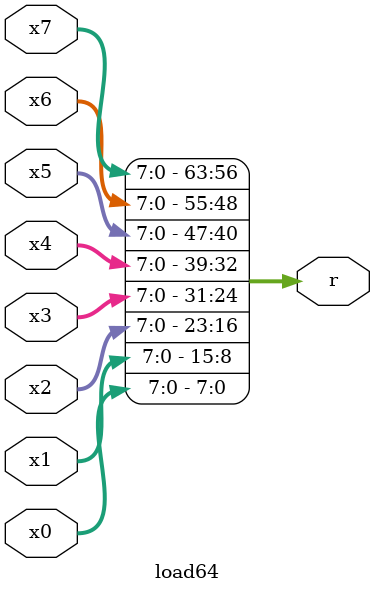
<source format=v>
`timescale 1ns / 1ps


module load64(x0,x1,x2,x3,x4,x5,x6,x7,r

    );
    input [7:0]x0,x1,x2,x3,x4,x5,x6,x7;output [63:0] r;
    assign r={x7,x6,x5,x4,x3,x2,x1,x0};
endmodule

</source>
